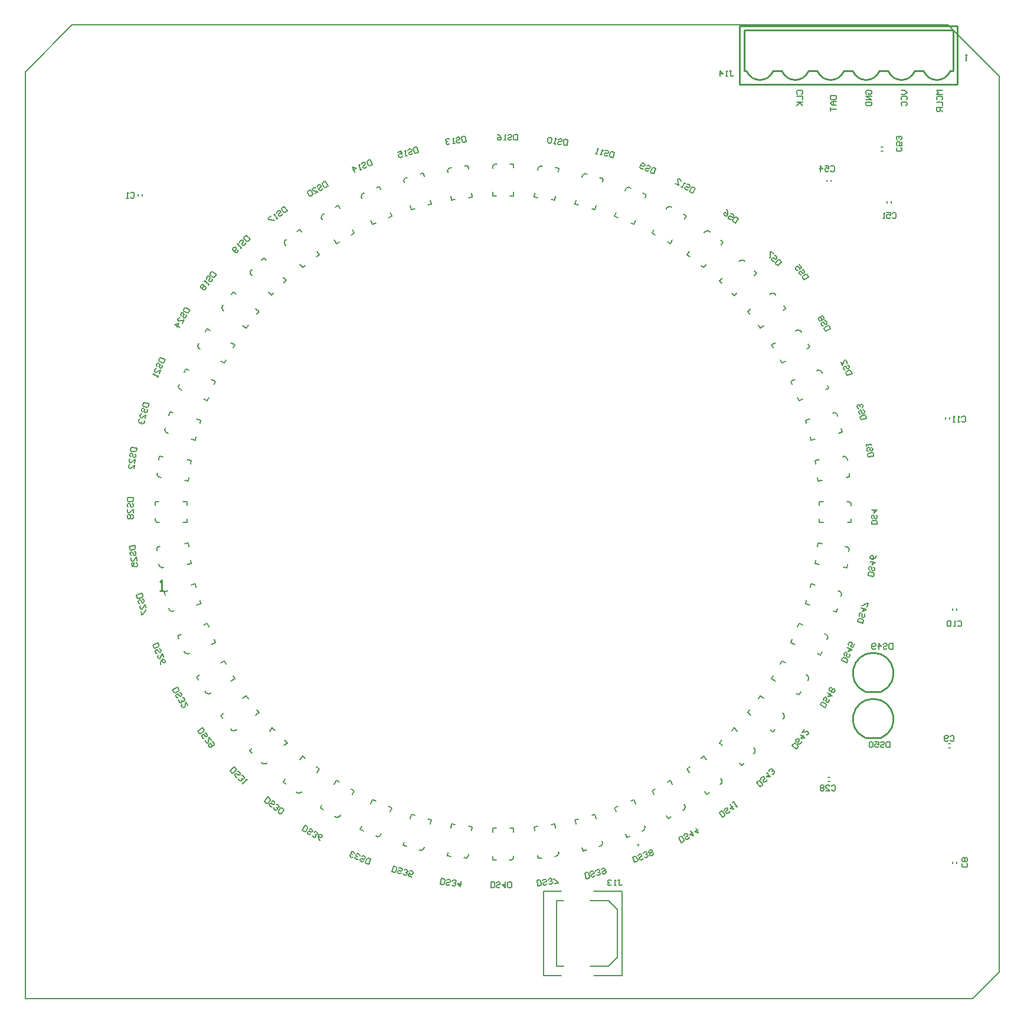
<source format=gbo>
%FSLAX23Y23*%
%MOIN*%
G70*
G01*
G75*
G04 Layer_Color=32896*
%ADD10C,0.150*%
%ADD11R,0.050X0.055*%
%ADD12R,0.118X0.118*%
%ADD13R,0.010X0.041*%
%ADD14R,0.041X0.010*%
%ADD15R,0.094X0.071*%
%ADD16R,0.035X0.049*%
%ADD17R,0.055X0.022*%
%ADD18R,0.022X0.055*%
%ADD19R,0.049X0.035*%
%ADD20R,0.033X0.024*%
%ADD21R,0.047X0.024*%
%ADD22R,0.012X0.035*%
%ADD23R,0.025X0.050*%
%ADD24R,0.063X0.012*%
%ADD25R,0.012X0.063*%
%ADD26R,0.055X0.065*%
%ADD27R,0.055X0.050*%
%ADD28R,0.087X0.024*%
%ADD29R,0.065X0.055*%
%ADD30R,0.037X0.035*%
%ADD31R,0.089X0.024*%
%ADD32R,0.102X0.094*%
%ADD33R,0.100X0.100*%
%ADD34R,0.050X0.110*%
%ADD35C,0.050*%
%ADD36R,0.037X0.035*%
%ADD37R,0.087X0.024*%
%ADD38R,0.100X0.100*%
%ADD39R,0.217X0.079*%
%ADD40R,0.160X0.080*%
%ADD41R,0.450X0.450*%
%ADD42R,0.110X0.115*%
%ADD43R,0.410X0.425*%
%ADD44R,0.085X0.036*%
%ADD45R,0.217X0.280*%
%ADD46R,0.039X0.063*%
%ADD47R,0.059X0.051*%
%ADD48R,0.079X0.126*%
%ADD49R,0.079X0.126*%
%ADD50R,0.140X0.060*%
%ADD51R,0.330X0.420*%
%ADD52R,0.022X0.057*%
%ADD53R,0.022X0.057*%
%ADD54R,0.081X0.024*%
%ADD55R,0.039X0.069*%
%ADD56R,0.069X0.039*%
%ADD57R,0.012X0.063*%
%ADD58R,0.031X0.033*%
%ADD59R,0.033X0.031*%
%ADD60C,0.020*%
%ADD61C,0.010*%
%ADD62C,0.040*%
%ADD63C,0.035*%
%ADD64C,0.100*%
%ADD65C,0.075*%
%ADD66C,0.050*%
%ADD67C,0.025*%
%ADD68C,0.015*%
%ADD69C,0.016*%
%ADD70C,0.004*%
%ADD71C,0.008*%
%ADD72R,0.169X0.169*%
%ADD73C,0.200*%
%ADD74C,0.150*%
%ADD75C,0.125*%
%ADD76C,0.250*%
%ADD77C,0.169*%
%ADD78C,0.070*%
%ADD79C,0.100*%
%ADD80C,0.390*%
%ADD81C,0.065*%
%ADD82R,0.065X0.065*%
%ADD83C,0.150*%
%ADD84C,0.024*%
%ADD85C,0.028*%
%ADD86C,0.034*%
%ADD87C,0.025*%
%ADD88C,0.165*%
%ADD89C,0.290*%
%ADD90C,0.209*%
%ADD91C,0.085*%
%ADD92C,0.102*%
%ADD93C,0.430*%
%ADD94C,0.080*%
%ADD95C,0.131*%
%ADD96C,0.052*%
%ADD97C,0.055*%
%ADD98C,0.090*%
%ADD99C,0.068*%
%ADD100C,0.074*%
G04:AMPARAMS|DCode=101|XSize=43mil|YSize=59mil|CornerRadius=0mil|HoleSize=0mil|Usage=FLASHONLY|Rotation=240.000|XOffset=0mil|YOffset=0mil|HoleType=Round|Shape=Rectangle|*
%AMROTATEDRECTD101*
4,1,4,-0.015,0.034,0.036,0.004,0.015,-0.034,-0.036,-0.004,-0.015,0.034,0.0*
%
%ADD101ROTATEDRECTD101*%

G04:AMPARAMS|DCode=102|XSize=43mil|YSize=59mil|CornerRadius=0mil|HoleSize=0mil|Usage=FLASHONLY|Rotation=255.000|XOffset=0mil|YOffset=0mil|HoleType=Round|Shape=Rectangle|*
%AMROTATEDRECTD102*
4,1,4,-0.023,0.029,0.034,0.013,0.023,-0.029,-0.034,-0.013,-0.023,0.029,0.0*
%
%ADD102ROTATEDRECTD102*%

G04:AMPARAMS|DCode=103|XSize=43mil|YSize=59mil|CornerRadius=0mil|HoleSize=0mil|Usage=FLASHONLY|Rotation=210.000|XOffset=0mil|YOffset=0mil|HoleType=Round|Shape=Rectangle|*
%AMROTATEDRECTD103*
4,1,4,0.004,0.036,0.034,-0.015,-0.004,-0.036,-0.034,0.015,0.004,0.036,0.0*
%
%ADD103ROTATEDRECTD103*%

G04:AMPARAMS|DCode=104|XSize=43mil|YSize=59mil|CornerRadius=0mil|HoleSize=0mil|Usage=FLASHONLY|Rotation=225.000|XOffset=0mil|YOffset=0mil|HoleType=Round|Shape=Rectangle|*
%AMROTATEDRECTD104*
4,1,4,-0.006,0.036,0.036,-0.006,0.006,-0.036,-0.036,0.006,-0.006,0.036,0.0*
%
%ADD104ROTATEDRECTD104*%

%ADD105R,0.043X0.059*%
G04:AMPARAMS|DCode=106|XSize=43mil|YSize=59mil|CornerRadius=0mil|HoleSize=0mil|Usage=FLASHONLY|Rotation=195.000|XOffset=0mil|YOffset=0mil|HoleType=Round|Shape=Rectangle|*
%AMROTATEDRECTD106*
4,1,4,0.013,0.034,0.029,-0.023,-0.013,-0.034,-0.029,0.023,0.013,0.034,0.0*
%
%ADD106ROTATEDRECTD106*%

G04:AMPARAMS|DCode=107|XSize=43mil|YSize=59mil|CornerRadius=0mil|HoleSize=0mil|Usage=FLASHONLY|Rotation=150.000|XOffset=0mil|YOffset=0mil|HoleType=Round|Shape=Rectangle|*
%AMROTATEDRECTD107*
4,1,4,0.034,0.015,0.004,-0.036,-0.034,-0.015,-0.004,0.036,0.034,0.015,0.0*
%
%ADD107ROTATEDRECTD107*%

G04:AMPARAMS|DCode=108|XSize=43mil|YSize=59mil|CornerRadius=0mil|HoleSize=0mil|Usage=FLASHONLY|Rotation=165.000|XOffset=0mil|YOffset=0mil|HoleType=Round|Shape=Rectangle|*
%AMROTATEDRECTD108*
4,1,4,0.029,0.023,0.013,-0.034,-0.029,-0.023,-0.013,0.034,0.029,0.023,0.0*
%
%ADD108ROTATEDRECTD108*%

G04:AMPARAMS|DCode=109|XSize=43mil|YSize=59mil|CornerRadius=0mil|HoleSize=0mil|Usage=FLASHONLY|Rotation=120.000|XOffset=0mil|YOffset=0mil|HoleType=Round|Shape=Rectangle|*
%AMROTATEDRECTD109*
4,1,4,0.036,-0.004,-0.015,-0.034,-0.036,0.004,0.015,0.034,0.036,-0.004,0.0*
%
%ADD109ROTATEDRECTD109*%

G04:AMPARAMS|DCode=110|XSize=43mil|YSize=59mil|CornerRadius=0mil|HoleSize=0mil|Usage=FLASHONLY|Rotation=135.000|XOffset=0mil|YOffset=0mil|HoleType=Round|Shape=Rectangle|*
%AMROTATEDRECTD110*
4,1,4,0.036,0.006,-0.006,-0.036,-0.036,-0.006,0.006,0.036,0.036,0.006,0.0*
%
%ADD110ROTATEDRECTD110*%

%ADD111R,0.059X0.043*%
G04:AMPARAMS|DCode=112|XSize=43mil|YSize=59mil|CornerRadius=0mil|HoleSize=0mil|Usage=FLASHONLY|Rotation=105.000|XOffset=0mil|YOffset=0mil|HoleType=Round|Shape=Rectangle|*
%AMROTATEDRECTD112*
4,1,4,0.034,-0.013,-0.023,-0.029,-0.034,0.013,0.023,0.029,0.034,-0.013,0.0*
%
%ADD112ROTATEDRECTD112*%

G04:AMPARAMS|DCode=113|XSize=43mil|YSize=59mil|CornerRadius=0mil|HoleSize=0mil|Usage=FLASHONLY|Rotation=262.500|XOffset=0mil|YOffset=0mil|HoleType=Round|Shape=Rectangle|*
%AMROTATEDRECTD113*
4,1,4,-0.026,0.025,0.032,0.018,0.026,-0.025,-0.032,-0.018,-0.026,0.025,0.0*
%
%ADD113ROTATEDRECTD113*%

G04:AMPARAMS|DCode=114|XSize=43mil|YSize=59mil|CornerRadius=0mil|HoleSize=0mil|Usage=FLASHONLY|Rotation=247.500|XOffset=0mil|YOffset=0mil|HoleType=Round|Shape=Rectangle|*
%AMROTATEDRECTD114*
4,1,4,-0.019,0.031,0.036,0.009,0.019,-0.031,-0.036,-0.009,-0.019,0.031,0.0*
%
%ADD114ROTATEDRECTD114*%

G04:AMPARAMS|DCode=115|XSize=43mil|YSize=59mil|CornerRadius=0mil|HoleSize=0mil|Usage=FLASHONLY|Rotation=232.500|XOffset=0mil|YOffset=0mil|HoleType=Round|Shape=Rectangle|*
%AMROTATEDRECTD115*
4,1,4,-0.010,0.035,0.037,-0.001,0.010,-0.035,-0.037,0.001,-0.010,0.035,0.0*
%
%ADD115ROTATEDRECTD115*%

G04:AMPARAMS|DCode=116|XSize=43mil|YSize=59mil|CornerRadius=0mil|HoleSize=0mil|Usage=FLASHONLY|Rotation=217.500|XOffset=0mil|YOffset=0mil|HoleType=Round|Shape=Rectangle|*
%AMROTATEDRECTD116*
4,1,4,-0.001,0.037,0.035,-0.010,0.001,-0.037,-0.035,0.010,-0.001,0.037,0.0*
%
%ADD116ROTATEDRECTD116*%

G04:AMPARAMS|DCode=117|XSize=43mil|YSize=59mil|CornerRadius=0mil|HoleSize=0mil|Usage=FLASHONLY|Rotation=202.500|XOffset=0mil|YOffset=0mil|HoleType=Round|Shape=Rectangle|*
%AMROTATEDRECTD117*
4,1,4,0.009,0.036,0.031,-0.019,-0.009,-0.036,-0.031,0.019,0.009,0.036,0.0*
%
%ADD117ROTATEDRECTD117*%

G04:AMPARAMS|DCode=118|XSize=43mil|YSize=59mil|CornerRadius=0mil|HoleSize=0mil|Usage=FLASHONLY|Rotation=187.500|XOffset=0mil|YOffset=0mil|HoleType=Round|Shape=Rectangle|*
%AMROTATEDRECTD118*
4,1,4,0.018,0.032,0.025,-0.026,-0.018,-0.032,-0.025,0.026,0.018,0.032,0.0*
%
%ADD118ROTATEDRECTD118*%

G04:AMPARAMS|DCode=119|XSize=43mil|YSize=59mil|CornerRadius=0mil|HoleSize=0mil|Usage=FLASHONLY|Rotation=172.500|XOffset=0mil|YOffset=0mil|HoleType=Round|Shape=Rectangle|*
%AMROTATEDRECTD119*
4,1,4,0.025,0.026,0.018,-0.032,-0.025,-0.026,-0.018,0.032,0.025,0.026,0.0*
%
%ADD119ROTATEDRECTD119*%

G04:AMPARAMS|DCode=120|XSize=43mil|YSize=59mil|CornerRadius=0mil|HoleSize=0mil|Usage=FLASHONLY|Rotation=157.500|XOffset=0mil|YOffset=0mil|HoleType=Round|Shape=Rectangle|*
%AMROTATEDRECTD120*
4,1,4,0.031,0.019,0.009,-0.036,-0.031,-0.019,-0.009,0.036,0.031,0.019,0.0*
%
%ADD120ROTATEDRECTD120*%

G04:AMPARAMS|DCode=121|XSize=43mil|YSize=59mil|CornerRadius=0mil|HoleSize=0mil|Usage=FLASHONLY|Rotation=142.500|XOffset=0mil|YOffset=0mil|HoleType=Round|Shape=Rectangle|*
%AMROTATEDRECTD121*
4,1,4,0.035,0.010,-0.001,-0.037,-0.035,-0.010,0.001,0.037,0.035,0.010,0.0*
%
%ADD121ROTATEDRECTD121*%

G04:AMPARAMS|DCode=122|XSize=43mil|YSize=59mil|CornerRadius=0mil|HoleSize=0mil|Usage=FLASHONLY|Rotation=127.500|XOffset=0mil|YOffset=0mil|HoleType=Round|Shape=Rectangle|*
%AMROTATEDRECTD122*
4,1,4,0.037,0.001,-0.010,-0.035,-0.037,-0.001,0.010,0.035,0.037,0.001,0.0*
%
%ADD122ROTATEDRECTD122*%

G04:AMPARAMS|DCode=123|XSize=43mil|YSize=59mil|CornerRadius=0mil|HoleSize=0mil|Usage=FLASHONLY|Rotation=112.500|XOffset=0mil|YOffset=0mil|HoleType=Round|Shape=Rectangle|*
%AMROTATEDRECTD123*
4,1,4,0.036,-0.009,-0.019,-0.031,-0.036,0.009,0.019,0.031,0.036,-0.009,0.0*
%
%ADD123ROTATEDRECTD123*%

G04:AMPARAMS|DCode=124|XSize=43mil|YSize=59mil|CornerRadius=0mil|HoleSize=0mil|Usage=FLASHONLY|Rotation=97.500|XOffset=0mil|YOffset=0mil|HoleType=Round|Shape=Rectangle|*
%AMROTATEDRECTD124*
4,1,4,0.032,-0.018,-0.026,-0.025,-0.032,0.018,0.026,0.025,0.032,-0.018,0.0*
%
%ADD124ROTATEDRECTD124*%

%ADD125C,0.006*%
%ADD126C,0.010*%
%ADD127C,0.005*%
%ADD128C,0.008*%
%ADD129C,0.002*%
%ADD130C,0.008*%
%ADD131C,0.006*%
D61*
X2086Y-1015D02*
G03*
X1994Y-1015I-46J105D01*
G01*
X2086Y-1275D02*
G03*
X1994Y-1275I-46J105D01*
G01*
X1325Y2490D02*
G03*
X1475Y2490I75J31D01*
G01*
X1525D02*
G03*
X1675Y2490I75J31D01*
G01*
X1725D02*
G03*
X1875Y2490I75J31D01*
G01*
X1925D02*
G03*
X2075Y2490I75J31D01*
G01*
X2125D02*
G03*
X2275Y2490I75J31D01*
G01*
X2325D02*
G03*
X2475Y2490I75J31D01*
G01*
X1994Y-1015D02*
X2086D01*
X1994Y-1275D02*
X2086D01*
X1475Y2490D02*
X1525D01*
X1675D02*
X1725D01*
X1875D02*
X1925D01*
X2075D02*
X2125D01*
X2275D02*
X2325D01*
X2475D02*
X2490D01*
Y2720D01*
X1310D02*
X2490D01*
X1310Y2490D02*
Y2720D01*
Y2490D02*
X1325D01*
X1285Y2415D02*
X2515D01*
X1285D02*
Y2745D01*
X2515D01*
Y2415D02*
Y2745D01*
X-1990Y-445D02*
X-1970D01*
X-1980D01*
Y-385D01*
X-1990Y-395D01*
D70*
X702Y-1880D02*
X718D01*
X710Y-1888D02*
Y-1872D01*
D71*
X440Y-2566D02*
X544D01*
X440Y-2194D02*
X544D01*
X251Y-2566D02*
X293D01*
X251Y-2194D02*
X293D01*
X460Y-2617D02*
X622D01*
X178D02*
X277D01*
X178Y-2143D02*
X277D01*
X460D02*
X622D01*
X544Y-2194D02*
X596Y-2246D01*
X-2750Y-2750D02*
Y2485D01*
X-2485Y2750D02*
X2460D01*
X2750Y-2600D02*
Y2460D01*
X-2750Y-2750D02*
X2600D01*
X-2750Y2485D02*
X-2485Y2750D01*
X2460D02*
X2750Y2460D01*
X2600Y-2750D02*
X2750Y-2600D01*
D125*
X1799Y1950D02*
X1804Y1955D01*
X1815D01*
X1820Y1950D01*
Y1928D01*
X1815Y1923D01*
X1804D01*
X1799Y1928D01*
X1767Y1955D02*
X1788D01*
Y1939D01*
X1777Y1944D01*
X1772D01*
X1767Y1939D01*
Y1928D01*
X1772Y1923D01*
X1783D01*
X1788Y1928D01*
X1740Y1923D02*
Y1955D01*
X1756Y1939D01*
X1735D01*
X2196Y2059D02*
X2201Y2053D01*
Y2043D01*
X2196Y2037D01*
X2175D01*
X2170Y2043D01*
Y2053D01*
X2175Y2059D01*
X2201Y2091D02*
Y2069D01*
X2185D01*
X2191Y2080D01*
Y2085D01*
X2185Y2091D01*
X2175D01*
X2170Y2085D01*
Y2075D01*
X2175Y2069D01*
X2196Y2101D02*
X2201Y2107D01*
Y2117D01*
X2196Y2123D01*
X2191D01*
X2185Y2117D01*
Y2112D01*
Y2117D01*
X2180Y2123D01*
X2175D01*
X2170Y2117D01*
Y2107D01*
X2175Y2101D01*
X2148Y1686D02*
X2153Y1691D01*
X2164D01*
X2169Y1686D01*
Y1664D01*
X2164Y1659D01*
X2153D01*
X2148Y1664D01*
X2116Y1691D02*
X2137D01*
Y1675D01*
X2126Y1680D01*
X2121D01*
X2116Y1675D01*
Y1664D01*
X2121Y1659D01*
X2132D01*
X2137Y1664D01*
X2105Y1659D02*
X2094D01*
X2100D01*
Y1691D01*
X2105Y1686D01*
X1805Y-1548D02*
X1810Y-1543D01*
X1821D01*
X1826Y-1548D01*
Y-1570D01*
X1821Y-1575D01*
X1810D01*
X1805Y-1570D01*
X1773Y-1575D02*
X1794D01*
X1773Y-1554D01*
Y-1548D01*
X1778Y-1543D01*
X1789D01*
X1794Y-1548D01*
X1762D02*
X1757Y-1543D01*
X1746D01*
X1741Y-1548D01*
Y-1554D01*
X1746Y-1559D01*
X1741Y-1564D01*
Y-1570D01*
X1746Y-1575D01*
X1757D01*
X1762Y-1570D01*
Y-1564D01*
X1757Y-1559D01*
X1762Y-1554D01*
Y-1548D01*
X1757Y-1559D02*
X1746D01*
X2539Y535D02*
X2544Y540D01*
X2555D01*
X2560Y535D01*
Y513D01*
X2555Y508D01*
X2544D01*
X2539Y513D01*
X2528Y508D02*
X2517D01*
X2523D01*
Y540D01*
X2528Y535D01*
X2501Y508D02*
X2491D01*
X2496D01*
Y540D01*
X2501Y535D01*
X2517Y-619D02*
X2522Y-614D01*
X2533D01*
X2538Y-619D01*
Y-641D01*
X2533Y-646D01*
X2522D01*
X2517Y-641D01*
X2506Y-646D02*
X2495D01*
X2501D01*
Y-614D01*
X2506Y-619D01*
X2479D02*
X2474Y-614D01*
X2463D01*
X2458Y-619D01*
Y-641D01*
X2463Y-646D01*
X2474D01*
X2479Y-641D01*
Y-619D01*
X2475Y-1267D02*
X2480Y-1262D01*
X2491D01*
X2496Y-1267D01*
Y-1289D01*
X2491Y-1294D01*
X2480D01*
X2475Y-1289D01*
X2464D02*
X2459Y-1294D01*
X2448D01*
X2443Y-1289D01*
Y-1267D01*
X2448Y-1262D01*
X2459D01*
X2464Y-1267D01*
Y-1273D01*
X2459Y-1278D01*
X2443D01*
X2568Y-1985D02*
X2573Y-1990D01*
Y-2001D01*
X2568Y-2006D01*
X2546D01*
X2541Y-2001D01*
Y-1990D01*
X2546Y-1985D01*
X2568Y-1974D02*
X2573Y-1969D01*
Y-1958D01*
X2568Y-1953D01*
X2562D01*
X2557Y-1958D01*
X2552Y-1953D01*
X2546D01*
X2541Y-1958D01*
Y-1969D01*
X2546Y-1974D01*
X2552D01*
X2557Y-1969D01*
X2562Y-1974D01*
X2568D01*
X2557Y-1969D02*
Y-1958D01*
X-2155Y1800D02*
X-2150Y1805D01*
X-2139D01*
X-2134Y1800D01*
Y1778D01*
X-2139Y1773D01*
X-2150D01*
X-2155Y1778D01*
X-2166Y1773D02*
X-2177D01*
X-2171D01*
Y1805D01*
X-2166Y1800D01*
X2134Y-1298D02*
Y-1330D01*
X2118D01*
X2113Y-1325D01*
Y-1303D01*
X2118Y-1298D01*
X2134D01*
X2081Y-1303D02*
X2086Y-1298D01*
X2097D01*
X2102Y-1303D01*
Y-1309D01*
X2097Y-1314D01*
X2086D01*
X2081Y-1319D01*
Y-1325D01*
X2086Y-1330D01*
X2097D01*
X2102Y-1325D01*
X2049Y-1298D02*
X2070D01*
Y-1314D01*
X2059Y-1309D01*
X2054D01*
X2049Y-1314D01*
Y-1325D01*
X2054Y-1330D01*
X2065D01*
X2070Y-1325D01*
X2038Y-1303D02*
X2033Y-1298D01*
X2022D01*
X2017Y-1303D01*
Y-1325D01*
X2022Y-1330D01*
X2033D01*
X2038Y-1325D01*
Y-1303D01*
X2150Y-743D02*
Y-775D01*
X2134D01*
X2129Y-770D01*
Y-748D01*
X2134Y-743D01*
X2150D01*
X2097Y-748D02*
X2102Y-743D01*
X2113D01*
X2118Y-748D01*
Y-754D01*
X2113Y-759D01*
X2102D01*
X2097Y-764D01*
Y-770D01*
X2102Y-775D01*
X2113D01*
X2118Y-770D01*
X2070Y-775D02*
Y-743D01*
X2086Y-759D01*
X2065D01*
X2054Y-770D02*
X2049Y-775D01*
X2038D01*
X2033Y-770D01*
Y-748D01*
X2038Y-743D01*
X2049D01*
X2054Y-748D01*
Y-754D01*
X2049Y-759D01*
X2033D01*
X2042Y314D02*
X2010Y310D01*
X2008Y326D01*
X2013Y332D01*
X2034Y335D01*
X2040Y330D01*
X2042Y314D01*
X2029Y366D02*
X2035Y362D01*
X2037Y351D01*
X2032Y345D01*
X2027Y345D01*
X2021Y349D01*
X2020Y360D01*
X2014Y364D01*
X2008Y364D01*
X2004Y358D01*
X2005Y347D01*
X2011Y342D01*
X2002Y373D02*
X2000Y384D01*
X2001Y379D01*
X2033Y383D01*
X2028Y377D01*
X1920Y782D02*
X1890Y770D01*
X1884Y785D01*
X1887Y792D01*
X1906Y800D01*
X1913Y797D01*
X1920Y782D01*
X1894Y829D02*
X1901Y827D01*
X1905Y817D01*
X1902Y810D01*
X1897Y808D01*
X1890Y811D01*
X1886Y820D01*
X1879Y823D01*
X1875Y821D01*
X1872Y814D01*
X1876Y804D01*
X1883Y802D01*
X1857Y849D02*
X1866Y829D01*
X1877Y857D01*
X1882Y859D01*
X1889Y856D01*
X1893Y846D01*
X1890Y839D01*
X1675Y1329D02*
X1650Y1310D01*
X1640Y1323D01*
X1641Y1330D01*
X1658Y1343D01*
X1666Y1342D01*
X1675Y1329D01*
X1639Y1369D02*
X1646Y1368D01*
X1653Y1359D01*
X1652Y1352D01*
X1647Y1348D01*
X1640Y1349D01*
X1633Y1358D01*
X1626Y1359D01*
X1622Y1356D01*
X1621Y1348D01*
X1627Y1340D01*
X1635Y1339D01*
X1623Y1397D02*
X1636Y1380D01*
X1624Y1370D01*
X1621Y1382D01*
X1618Y1386D01*
X1611Y1387D01*
X1602Y1381D01*
X1601Y1373D01*
X1608Y1365D01*
X1615Y1364D01*
X1279Y1655D02*
X1260Y1630D01*
X1247Y1640D01*
X1246Y1647D01*
X1259Y1664D01*
X1267Y1665D01*
X1279Y1655D01*
X1234Y1684D02*
X1241Y1685D01*
X1250Y1678D01*
X1251Y1671D01*
X1248Y1666D01*
X1240Y1665D01*
X1232Y1672D01*
X1224Y1671D01*
X1221Y1667D01*
X1222Y1659D01*
X1230Y1653D01*
X1238Y1654D01*
X1212Y1707D02*
X1217Y1697D01*
X1219Y1682D01*
X1212Y1673D01*
X1205Y1672D01*
X1197Y1679D01*
X1196Y1686D01*
X1199Y1690D01*
X1206Y1691D01*
X1219Y1682D01*
X812Y1940D02*
X800Y1910D01*
X785Y1916D01*
X782Y1923D01*
X790Y1943D01*
X797Y1946D01*
X812Y1940D01*
X761Y1955D02*
X768Y1958D01*
X778Y1954D01*
X781Y1947D01*
X779Y1942D01*
X772Y1939D01*
X762Y1943D01*
X755Y1940D01*
X753Y1935D01*
X756Y1928D01*
X766Y1924D01*
X772Y1927D01*
X743Y1939D02*
X736Y1937D01*
X726Y1941D01*
X723Y1948D01*
X731Y1967D01*
X738Y1970D01*
X748Y1966D01*
X751Y1959D01*
X749Y1954D01*
X742Y1951D01*
X727Y1957D01*
X314Y2102D02*
X310Y2070D01*
X294Y2072D01*
X290Y2078D01*
X292Y2099D01*
X298Y2104D01*
X314Y2102D01*
X261Y2103D02*
X267Y2108D01*
X277Y2107D01*
X282Y2101D01*
X281Y2095D01*
X275Y2091D01*
X265Y2092D01*
X259Y2088D01*
X258Y2082D01*
X262Y2076D01*
X273Y2075D01*
X279Y2079D01*
X247Y2078D02*
X236Y2080D01*
X241Y2079D01*
X245Y2111D01*
X250Y2105D01*
X224Y2108D02*
X219Y2114D01*
X208Y2116D01*
X202Y2111D01*
X200Y2090D01*
X204Y2084D01*
X215Y2083D01*
X221Y2087D01*
X224Y2108D01*
X-264Y2122D02*
X-260Y2090D01*
X-276Y2088D01*
X-282Y2093D01*
X-285Y2114D01*
X-280Y2120D01*
X-264Y2122D01*
X-316Y2109D02*
X-312Y2115D01*
X-301Y2117D01*
X-295Y2112D01*
X-294Y2107D01*
X-299Y2101D01*
X-310Y2100D01*
X-314Y2094D01*
X-314Y2088D01*
X-308Y2084D01*
X-297Y2085D01*
X-292Y2091D01*
X-323Y2082D02*
X-334Y2080D01*
X-329Y2081D01*
X-333Y2113D01*
X-327Y2108D01*
X-353Y2105D02*
X-359Y2109D01*
X-370Y2108D01*
X-374Y2102D01*
X-374Y2097D01*
X-368Y2092D01*
X-363Y2093D01*
X-368Y2092D01*
X-372Y2086D01*
X-372Y2081D01*
X-366Y2076D01*
X-355Y2077D01*
X-351Y2083D01*
X-802Y1990D02*
X-790Y1960D01*
X-805Y1954D01*
X-812Y1957D01*
X-820Y1976D01*
X-817Y1983D01*
X-802Y1990D01*
X-849Y1964D02*
X-847Y1971D01*
X-837Y1975D01*
X-830Y1972D01*
X-828Y1967D01*
X-831Y1960D01*
X-840Y1956D01*
X-843Y1949D01*
X-841Y1945D01*
X-834Y1942D01*
X-824Y1946D01*
X-822Y1953D01*
X-849Y1936D02*
X-859Y1931D01*
X-854Y1933D01*
X-866Y1963D01*
X-859Y1960D01*
X-889Y1919D02*
X-901Y1949D01*
X-880Y1940D01*
X-900Y1932D01*
X-1289Y1725D02*
X-1270Y1700D01*
X-1283Y1690D01*
X-1290Y1691D01*
X-1303Y1708D01*
X-1302Y1716D01*
X-1289Y1725D01*
X-1329Y1689D02*
X-1328Y1696D01*
X-1319Y1703D01*
X-1312Y1702D01*
X-1308Y1697D01*
X-1309Y1690D01*
X-1318Y1683D01*
X-1319Y1676D01*
X-1316Y1672D01*
X-1308Y1671D01*
X-1300Y1677D01*
X-1299Y1685D01*
X-1321Y1661D02*
X-1329Y1655D01*
X-1325Y1658D01*
X-1344Y1683D01*
X-1337Y1682D01*
X-1361Y1670D02*
X-1378Y1657D01*
X-1375Y1653D01*
X-1345Y1649D01*
X-1342Y1645D01*
X-1695Y1359D02*
X-1670Y1340D01*
X-1680Y1327D01*
X-1687Y1326D01*
X-1704Y1339D01*
X-1705Y1347D01*
X-1695Y1359D01*
X-1724Y1314D02*
X-1725Y1321D01*
X-1718Y1330D01*
X-1711Y1331D01*
X-1706Y1328D01*
X-1705Y1320D01*
X-1712Y1312D01*
X-1711Y1304D01*
X-1707Y1301D01*
X-1699Y1302D01*
X-1693Y1310D01*
X-1694Y1318D01*
X-1709Y1289D02*
X-1715Y1281D01*
X-1712Y1285D01*
X-1738Y1304D01*
X-1730Y1305D01*
X-1746Y1284D02*
X-1754Y1283D01*
X-1760Y1275D01*
X-1759Y1267D01*
X-1755Y1264D01*
X-1748Y1265D01*
X-1747Y1258D01*
X-1742Y1254D01*
X-1735Y1255D01*
X-1728Y1264D01*
X-1729Y1271D01*
X-1734Y1275D01*
X-1741Y1274D01*
X-1742Y1281D01*
X-1746Y1284D01*
X-1741Y1274D02*
X-1748Y1265D01*
X-1990Y872D02*
X-1960Y860D01*
X-1966Y845D01*
X-1973Y842D01*
X-1993Y850D01*
X-1996Y857D01*
X-1990Y872D01*
X-2005Y821D02*
X-2008Y828D01*
X-2004Y838D01*
X-1997Y841D01*
X-1992Y839D01*
X-1989Y832D01*
X-1993Y822D01*
X-1990Y815D01*
X-1985Y813D01*
X-1978Y816D01*
X-1974Y826D01*
X-1977Y832D01*
X-1993Y781D02*
X-1984Y801D01*
X-2012Y789D01*
X-2017Y791D01*
X-2020Y798D01*
X-2016Y808D01*
X-2009Y811D01*
X-1997Y771D02*
X-2001Y761D01*
X-1999Y766D01*
X-2028Y779D01*
X-2021Y782D01*
X-2152Y364D02*
X-2120Y360D01*
X-2122Y344D01*
X-2128Y340D01*
X-2149Y342D01*
X-2154Y348D01*
X-2152Y364D01*
X-2153Y311D02*
X-2158Y317D01*
X-2157Y327D01*
X-2151Y332D01*
X-2145Y331D01*
X-2141Y325D01*
X-2142Y315D01*
X-2138Y309D01*
X-2132Y308D01*
X-2126Y312D01*
X-2125Y323D01*
X-2129Y329D01*
X-2131Y275D02*
X-2128Y297D01*
X-2152Y278D01*
X-2158Y279D01*
X-2162Y285D01*
X-2161Y295D01*
X-2155Y300D01*
X-2135Y244D02*
X-2133Y265D01*
X-2156Y246D01*
X-2162Y247D01*
X-2166Y253D01*
X-2165Y264D01*
X-2159Y268D01*
X-2162Y-194D02*
X-2130Y-190D01*
X-2128Y-206D01*
X-2133Y-212D01*
X-2154Y-215D01*
X-2160Y-210D01*
X-2162Y-194D01*
X-2149Y-246D02*
X-2155Y-242D01*
X-2157Y-231D01*
X-2152Y-225D01*
X-2147Y-225D01*
X-2141Y-229D01*
X-2140Y-240D01*
X-2134Y-244D01*
X-2128Y-244D01*
X-2124Y-238D01*
X-2125Y-227D01*
X-2131Y-222D01*
X-2119Y-275D02*
X-2122Y-253D01*
X-2140Y-277D01*
X-2145Y-278D01*
X-2151Y-273D01*
X-2153Y-263D01*
X-2148Y-257D01*
X-2146Y-310D02*
X-2149Y-289D01*
X-2133Y-287D01*
X-2137Y-299D01*
X-2137Y-304D01*
X-2131Y-308D01*
X-2120Y-307D01*
X-2115Y-301D01*
X-2117Y-290D01*
X-2123Y-286D01*
X-2030Y-752D02*
X-2000Y-740D01*
X-1994Y-755D01*
X-1997Y-762D01*
X-2016Y-770D01*
X-2023Y-767D01*
X-2030Y-752D01*
X-2004Y-799D02*
X-2011Y-797D01*
X-2015Y-787D01*
X-2012Y-780D01*
X-2007Y-778D01*
X-2000Y-781D01*
X-1996Y-790D01*
X-1989Y-793D01*
X-1985Y-791D01*
X-1982Y-784D01*
X-1986Y-774D01*
X-1993Y-772D01*
X-1967Y-819D02*
X-1976Y-799D01*
X-1987Y-827D01*
X-1992Y-829D01*
X-1999Y-826D01*
X-2003Y-816D01*
X-2000Y-809D01*
X-1985Y-861D02*
X-1984Y-849D01*
X-1978Y-835D01*
X-1968Y-831D01*
X-1961Y-834D01*
X-1957Y-843D01*
X-1960Y-850D01*
X-1965Y-852D01*
X-1972Y-850D01*
X-1978Y-835D01*
X-1775Y-1239D02*
X-1750Y-1220D01*
X-1740Y-1233D01*
X-1741Y-1240D01*
X-1758Y-1253D01*
X-1766Y-1252D01*
X-1775Y-1239D01*
X-1739Y-1279D02*
X-1746Y-1278D01*
X-1753Y-1269D01*
X-1752Y-1262D01*
X-1747Y-1258D01*
X-1740Y-1259D01*
X-1733Y-1268D01*
X-1726Y-1269D01*
X-1722Y-1266D01*
X-1721Y-1258D01*
X-1727Y-1250D01*
X-1735Y-1249D01*
X-1698Y-1288D02*
X-1711Y-1271D01*
X-1715Y-1301D01*
X-1719Y-1304D01*
X-1727Y-1303D01*
X-1733Y-1294D01*
X-1732Y-1287D01*
X-1696Y-1299D02*
X-1688Y-1300D01*
X-1682Y-1309D01*
X-1683Y-1316D01*
X-1700Y-1329D01*
X-1707Y-1328D01*
X-1714Y-1320D01*
X-1713Y-1312D01*
X-1708Y-1309D01*
X-1701Y-1310D01*
X-1691Y-1323D01*
X-1399Y-1635D02*
X-1380Y-1610D01*
X-1367Y-1620D01*
X-1366Y-1627D01*
X-1379Y-1644D01*
X-1387Y-1645D01*
X-1399Y-1635D01*
X-1354Y-1664D02*
X-1361Y-1665D01*
X-1370Y-1658D01*
X-1371Y-1651D01*
X-1368Y-1646D01*
X-1360Y-1645D01*
X-1352Y-1652D01*
X-1344Y-1651D01*
X-1341Y-1647D01*
X-1342Y-1639D01*
X-1350Y-1633D01*
X-1358Y-1634D01*
X-1345Y-1670D02*
X-1344Y-1678D01*
X-1336Y-1684D01*
X-1329Y-1683D01*
X-1325Y-1679D01*
X-1326Y-1671D01*
X-1331Y-1668D01*
X-1326Y-1671D01*
X-1319Y-1670D01*
X-1316Y-1666D01*
X-1317Y-1659D01*
X-1325Y-1652D01*
X-1332Y-1653D01*
X-1320Y-1690D02*
X-1319Y-1697D01*
X-1311Y-1704D01*
X-1303Y-1703D01*
X-1290Y-1686D01*
X-1291Y-1678D01*
X-1300Y-1672D01*
X-1307Y-1673D01*
X-1320Y-1690D01*
X-798Y-1960D02*
X-810Y-1990D01*
X-825Y-1984D01*
X-828Y-1977D01*
X-820Y-1957D01*
X-813Y-1954D01*
X-798Y-1960D01*
X-849Y-1945D02*
X-842Y-1942D01*
X-832Y-1946D01*
X-829Y-1953D01*
X-831Y-1958D01*
X-838Y-1961D01*
X-848Y-1957D01*
X-855Y-1960D01*
X-857Y-1965D01*
X-854Y-1972D01*
X-844Y-1976D01*
X-838Y-1973D01*
X-859Y-1941D02*
X-862Y-1934D01*
X-872Y-1930D01*
X-879Y-1933D01*
X-881Y-1938D01*
X-878Y-1945D01*
X-873Y-1947D01*
X-878Y-1945D01*
X-885Y-1948D01*
X-887Y-1952D01*
X-884Y-1959D01*
X-874Y-1963D01*
X-867Y-1961D01*
X-888Y-1929D02*
X-891Y-1922D01*
X-901Y-1918D01*
X-908Y-1920D01*
X-910Y-1925D01*
X-907Y-1932D01*
X-902Y-1934D01*
X-907Y-1932D01*
X-914Y-1935D01*
X-916Y-1940D01*
X-913Y-1947D01*
X-904Y-1951D01*
X-897Y-1948D01*
X-404Y-2102D02*
X-400Y-2070D01*
X-384Y-2072D01*
X-380Y-2078D01*
X-382Y-2099D01*
X-388Y-2104D01*
X-404Y-2102D01*
X-351Y-2103D02*
X-357Y-2108D01*
X-367Y-2107D01*
X-372Y-2101D01*
X-371Y-2095D01*
X-365Y-2091D01*
X-355Y-2092D01*
X-349Y-2088D01*
X-348Y-2082D01*
X-352Y-2076D01*
X-363Y-2075D01*
X-369Y-2079D01*
X-340Y-2105D02*
X-335Y-2111D01*
X-325Y-2112D01*
X-319Y-2108D01*
X-318Y-2102D01*
X-323Y-2096D01*
X-328Y-2096D01*
X-323Y-2096D01*
X-317Y-2092D01*
X-316Y-2086D01*
X-321Y-2080D01*
X-331Y-2079D01*
X-337Y-2084D01*
X-289Y-2085D02*
X-293Y-2116D01*
X-307Y-2098D01*
X-286Y-2101D01*
X144Y-2112D02*
X140Y-2080D01*
X156Y-2078D01*
X162Y-2083D01*
X165Y-2104D01*
X160Y-2110D01*
X144Y-2112D01*
X196Y-2099D02*
X192Y-2105D01*
X181Y-2107D01*
X175Y-2102D01*
X175Y-2097D01*
X179Y-2091D01*
X190Y-2090D01*
X194Y-2084D01*
X194Y-2078D01*
X188Y-2074D01*
X177Y-2075D01*
X172Y-2081D01*
X207Y-2098D02*
X213Y-2103D01*
X223Y-2101D01*
X228Y-2095D01*
X227Y-2090D01*
X221Y-2085D01*
X216Y-2086D01*
X221Y-2085D01*
X226Y-2079D01*
X225Y-2074D01*
X219Y-2070D01*
X209Y-2071D01*
X204Y-2077D01*
X239Y-2099D02*
X260Y-2096D01*
X260Y-2091D01*
X236Y-2073D01*
X235Y-2067D01*
X692Y-1980D02*
X680Y-1950D01*
X695Y-1944D01*
X702Y-1947D01*
X710Y-1966D01*
X707Y-1973D01*
X692Y-1980D01*
X739Y-1954D02*
X737Y-1961D01*
X727Y-1965D01*
X720Y-1962D01*
X718Y-1957D01*
X721Y-1950D01*
X730Y-1946D01*
X733Y-1939D01*
X731Y-1935D01*
X724Y-1932D01*
X714Y-1936D01*
X712Y-1943D01*
X749Y-1950D02*
X756Y-1953D01*
X766Y-1949D01*
X769Y-1942D01*
X767Y-1937D01*
X760Y-1934D01*
X755Y-1936D01*
X760Y-1934D01*
X763Y-1927D01*
X761Y-1922D01*
X754Y-1919D01*
X744Y-1923D01*
X741Y-1930D01*
X779Y-1938D02*
X786Y-1941D01*
X796Y-1937D01*
X799Y-1930D01*
X797Y-1925D01*
X790Y-1922D01*
X792Y-1915D01*
X790Y-1910D01*
X783Y-1907D01*
X774Y-1911D01*
X771Y-1918D01*
X773Y-1923D01*
X780Y-1926D01*
X777Y-1933D01*
X779Y-1938D01*
X780Y-1926D02*
X790Y-1922D01*
X1189Y-1725D02*
X1170Y-1700D01*
X1183Y-1690D01*
X1190Y-1691D01*
X1203Y-1708D01*
X1202Y-1716D01*
X1189Y-1725D01*
X1229Y-1689D02*
X1228Y-1696D01*
X1219Y-1703D01*
X1212Y-1702D01*
X1208Y-1697D01*
X1209Y-1690D01*
X1218Y-1683D01*
X1219Y-1676D01*
X1216Y-1672D01*
X1208Y-1671D01*
X1200Y-1677D01*
X1199Y-1685D01*
X1233Y-1651D02*
X1253Y-1677D01*
X1230Y-1674D01*
X1247Y-1661D01*
X1246Y-1642D02*
X1255Y-1635D01*
X1250Y-1638D01*
X1270Y-1664D01*
X1262Y-1663D01*
X1605Y-1339D02*
X1580Y-1320D01*
X1590Y-1307D01*
X1597Y-1306D01*
X1614Y-1319D01*
X1615Y-1327D01*
X1605Y-1339D01*
X1634Y-1294D02*
X1635Y-1301D01*
X1628Y-1310D01*
X1621Y-1311D01*
X1616Y-1308D01*
X1615Y-1300D01*
X1622Y-1292D01*
X1621Y-1284D01*
X1617Y-1281D01*
X1609Y-1282D01*
X1603Y-1290D01*
X1604Y-1298D01*
X1629Y-1257D02*
X1654Y-1276D01*
X1632Y-1279D01*
X1645Y-1262D01*
X1651Y-1227D02*
X1638Y-1244D01*
X1668Y-1240D01*
X1673Y-1243D01*
X1674Y-1251D01*
X1667Y-1259D01*
X1660Y-1260D01*
X1890Y-852D02*
X1860Y-840D01*
X1866Y-825D01*
X1873Y-822D01*
X1893Y-830D01*
X1896Y-837D01*
X1890Y-852D01*
X1905Y-801D02*
X1908Y-808D01*
X1904Y-818D01*
X1897Y-821D01*
X1892Y-819D01*
X1889Y-812D01*
X1893Y-802D01*
X1890Y-795D01*
X1885Y-793D01*
X1878Y-796D01*
X1874Y-806D01*
X1877Y-812D01*
X1891Y-766D02*
X1920Y-778D01*
X1899Y-787D01*
X1907Y-767D01*
X1934Y-744D02*
X1926Y-764D01*
X1912Y-757D01*
X1921Y-750D01*
X1923Y-745D01*
X1920Y-738D01*
X1910Y-734D01*
X1903Y-737D01*
X1899Y-746D01*
X1902Y-753D01*
X2042Y-364D02*
X2010Y-360D01*
X2012Y-344D01*
X2018Y-340D01*
X2039Y-342D01*
X2044Y-348D01*
X2042Y-364D01*
X2043Y-311D02*
X2048Y-317D01*
X2047Y-327D01*
X2041Y-332D01*
X2035Y-331D01*
X2031Y-325D01*
X2032Y-315D01*
X2028Y-309D01*
X2022Y-308D01*
X2016Y-312D01*
X2015Y-323D01*
X2019Y-329D01*
X2020Y-281D02*
X2052Y-285D01*
X2034Y-299D01*
X2037Y-278D01*
X2057Y-248D02*
X2050Y-258D01*
X2038Y-267D01*
X2028Y-266D01*
X2023Y-260D01*
X2025Y-249D01*
X2031Y-244D01*
X2036Y-245D01*
X2040Y-251D01*
X2038Y-267D01*
X1229Y2492D02*
X1239D01*
X1234D01*
Y2465D01*
X1239Y2460D01*
X1245D01*
X1250Y2465D01*
X1218Y2460D02*
X1207D01*
X1213D01*
Y2492D01*
X1218Y2487D01*
X1175Y2460D02*
Y2492D01*
X1191Y2476D01*
X1170D01*
X2001Y528D02*
X1970Y520D01*
X1966Y535D01*
X1970Y542D01*
X1990Y547D01*
X1997Y544D01*
X2001Y528D01*
X1982Y578D02*
X1988Y575D01*
X1991Y564D01*
X1987Y558D01*
X1982Y556D01*
X1976Y560D01*
X1973Y570D01*
X1967Y574D01*
X1961Y573D01*
X1958Y566D01*
X1960Y556D01*
X1967Y552D01*
X1979Y589D02*
X1983Y595D01*
X1980Y606D01*
X1974Y609D01*
X1969Y608D01*
X1965Y601D01*
X1966Y596D01*
X1965Y601D01*
X1958Y605D01*
X1953Y604D01*
X1949Y597D01*
X1952Y587D01*
X1959Y583D01*
X2062Y-70D02*
X2030D01*
Y-54D01*
X2035Y-49D01*
X2057D01*
X2062Y-54D01*
Y-70D01*
X2057Y-17D02*
X2062Y-22D01*
Y-33D01*
X2057Y-38D01*
X2051D01*
X2046Y-33D01*
Y-22D01*
X2041Y-17D01*
X2035D01*
X2030Y-22D01*
Y-33D01*
X2035Y-38D01*
X2030Y10D02*
X2062D01*
X2046Y-6D01*
Y15D01*
X1523Y1413D02*
X1500Y1390D01*
X1489Y1401D01*
Y1409D01*
X1504Y1424D01*
X1511Y1424D01*
X1523Y1413D01*
X1481Y1447D02*
X1489Y1447D01*
X1496Y1439D01*
X1496Y1431D01*
X1492Y1428D01*
X1485D01*
X1477Y1435D01*
X1470D01*
X1466Y1431D01*
Y1424D01*
X1474Y1416D01*
X1481D01*
X1477Y1458D02*
X1462Y1473D01*
X1459Y1469D01*
Y1439D01*
X1455Y1435D01*
X1798Y1036D02*
X1770Y1020D01*
X1762Y1034D01*
X1764Y1041D01*
X1782Y1052D01*
X1790Y1050D01*
X1798Y1036D01*
X1766Y1080D02*
X1774Y1078D01*
X1779Y1068D01*
X1777Y1061D01*
X1772Y1058D01*
X1765Y1060D01*
X1760Y1070D01*
X1753Y1072D01*
X1748Y1069D01*
X1746Y1062D01*
X1751Y1052D01*
X1759Y1050D01*
X1761Y1089D02*
X1763Y1096D01*
X1758Y1105D01*
X1750Y1107D01*
X1746Y1105D01*
X1744Y1097D01*
X1737Y1099D01*
X1732Y1097D01*
X1730Y1089D01*
X1735Y1080D01*
X1743Y1078D01*
X1747Y1081D01*
X1749Y1088D01*
X1756Y1086D01*
X1761Y1089D01*
X1749Y1088D02*
X1744Y1097D01*
X578Y2031D02*
X570Y2000D01*
X555Y2004D01*
X551Y2011D01*
X556Y2031D01*
X563Y2035D01*
X578Y2031D01*
X525Y2040D02*
X532Y2043D01*
X542Y2041D01*
X546Y2034D01*
X545Y2029D01*
X538Y2025D01*
X528Y2028D01*
X521Y2024D01*
X520Y2019D01*
X524Y2012D01*
X534Y2010D01*
X540Y2013D01*
X508Y2017D02*
X498Y2019D01*
X503Y2018D01*
X511Y2049D01*
X515Y2042D01*
X482Y2023D02*
X472Y2026D01*
X477Y2025D01*
X486Y2056D01*
X489Y2049D01*
X1036Y1828D02*
X1020Y1800D01*
X1006Y1808D01*
X1004Y1815D01*
X1015Y1834D01*
X1022Y1836D01*
X1036Y1828D01*
X987Y1850D02*
X994Y1852D01*
X1004Y1846D01*
X1006Y1839D01*
X1003Y1834D01*
X996Y1833D01*
X986Y1838D01*
X979Y1836D01*
X976Y1831D01*
X978Y1824D01*
X988Y1819D01*
X995Y1821D01*
X965Y1832D02*
X955Y1837D01*
X960Y1835D01*
X976Y1862D01*
X978Y1855D01*
X923Y1856D02*
X942Y1845D01*
X934Y1874D01*
X936Y1879D01*
X944Y1881D01*
X953Y1876D01*
X955Y1868D01*
X-538Y2061D02*
X-530Y2030D01*
X-545Y2026D01*
X-552Y2030D01*
X-557Y2050D01*
X-554Y2057D01*
X-538Y2061D01*
X-588Y2042D02*
X-585Y2048D01*
X-574Y2051D01*
X-568Y2047D01*
X-566Y2042D01*
X-570Y2036D01*
X-580Y2033D01*
X-584Y2027D01*
X-583Y2021D01*
X-576Y2018D01*
X-566Y2020D01*
X-562Y2027D01*
X-592Y2013D02*
X-602Y2011D01*
X-597Y2012D01*
X-605Y2043D01*
X-599Y2039D01*
X-646Y2032D02*
X-626Y2037D01*
X-622Y2022D01*
X-633Y2024D01*
X-639Y2023D01*
X-642Y2016D01*
X-640Y2006D01*
X-633Y2002D01*
X-623Y2005D01*
X-619Y2012D01*
X30Y2132D02*
Y2100D01*
X14D01*
X9Y2105D01*
Y2127D01*
X14Y2132D01*
X30D01*
X-23Y2127D02*
X-18Y2132D01*
X-7D01*
X-2Y2127D01*
Y2121D01*
X-7Y2116D01*
X-18D01*
X-23Y2111D01*
Y2105D01*
X-18Y2100D01*
X-7D01*
X-2Y2105D01*
X-34Y2100D02*
X-45D01*
X-39D01*
Y2132D01*
X-34Y2127D01*
X-82Y2132D02*
X-71Y2127D01*
X-61Y2116D01*
Y2105D01*
X-66Y2100D01*
X-77D01*
X-82Y2105D01*
Y2111D01*
X-77Y2116D01*
X-61D01*
X-1503Y1563D02*
X-1480Y1540D01*
X-1491Y1529D01*
X-1499D01*
X-1514Y1544D01*
X-1514Y1551D01*
X-1503Y1563D01*
X-1537Y1521D02*
X-1537Y1529D01*
X-1529Y1536D01*
X-1521Y1536D01*
X-1518Y1532D01*
Y1525D01*
X-1525Y1517D01*
Y1510D01*
X-1521Y1506D01*
X-1514D01*
X-1506Y1514D01*
Y1521D01*
X-1525Y1495D02*
X-1533Y1487D01*
X-1529Y1491D01*
X-1552Y1514D01*
X-1544Y1514D01*
X-1548Y1480D02*
Y1472D01*
X-1555Y1465D01*
X-1563D01*
X-1578Y1480D01*
X-1578Y1487D01*
X-1570Y1495D01*
X-1563Y1495D01*
X-1559Y1491D01*
Y1483D01*
X-1570Y1472D01*
X-1056Y1868D02*
X-1040Y1840D01*
X-1054Y1832D01*
X-1061Y1834D01*
X-1072Y1852D01*
X-1070Y1860D01*
X-1056Y1868D01*
X-1100Y1836D02*
X-1098Y1844D01*
X-1088Y1849D01*
X-1081Y1847D01*
X-1078Y1842D01*
X-1080Y1835D01*
X-1090Y1830D01*
X-1092Y1823D01*
X-1089Y1818D01*
X-1082Y1816D01*
X-1072Y1821D01*
X-1070Y1829D01*
X-1114Y1797D02*
X-1095Y1808D01*
X-1125Y1816D01*
X-1127Y1820D01*
X-1125Y1828D01*
X-1116Y1833D01*
X-1109Y1831D01*
X-1136Y1815D02*
X-1144Y1817D01*
X-1153Y1812D01*
X-1155Y1804D01*
X-1144Y1786D01*
X-1137Y1784D01*
X-1128Y1789D01*
X-1126Y1797D01*
X-1136Y1815D01*
X-2081Y618D02*
X-2050Y610D01*
X-2054Y595D01*
X-2061Y591D01*
X-2081Y596D01*
X-2085Y603D01*
X-2081Y618D01*
X-2090Y565D02*
X-2093Y572D01*
X-2091Y582D01*
X-2084Y586D01*
X-2079Y585D01*
X-2075Y578D01*
X-2078Y568D01*
X-2074Y561D01*
X-2069Y560D01*
X-2062Y564D01*
X-2060Y574D01*
X-2063Y580D01*
X-2072Y528D02*
X-2067Y548D01*
X-2093Y533D01*
X-2098Y535D01*
X-2102Y541D01*
X-2099Y551D01*
X-2092Y555D01*
X-2101Y524D02*
X-2107Y520D01*
X-2110Y510D01*
X-2106Y504D01*
X-2101Y502D01*
X-2094Y506D01*
X-2093Y511D01*
X-2094Y506D01*
X-2091Y499D01*
X-2086Y498D01*
X-2079Y502D01*
X-2076Y512D01*
X-2080Y519D01*
X-1848Y1156D02*
X-1820Y1140D01*
X-1828Y1126D01*
X-1835Y1124D01*
X-1854Y1135D01*
X-1856Y1142D01*
X-1848Y1156D01*
X-1870Y1107D02*
X-1872Y1114D01*
X-1866Y1124D01*
X-1859Y1126D01*
X-1854Y1123D01*
X-1853Y1116D01*
X-1858Y1106D01*
X-1856Y1099D01*
X-1851Y1096D01*
X-1844Y1098D01*
X-1839Y1108D01*
X-1841Y1115D01*
X-1863Y1066D02*
X-1852Y1085D01*
X-1881Y1077D01*
X-1886Y1079D01*
X-1888Y1087D01*
X-1882Y1096D01*
X-1875Y1098D01*
X-1876Y1043D02*
X-1904Y1059D01*
X-1882Y1065D01*
X-1893Y1046D01*
X-2121Y-468D02*
X-2090Y-460D01*
X-2086Y-475D01*
X-2090Y-482D01*
X-2110Y-487D01*
X-2117Y-484D01*
X-2121Y-468D01*
X-2102Y-518D02*
X-2108Y-515D01*
X-2111Y-504D01*
X-2107Y-498D01*
X-2102Y-496D01*
X-2096Y-500D01*
X-2093Y-510D01*
X-2087Y-514D01*
X-2081Y-513D01*
X-2078Y-506D01*
X-2080Y-496D01*
X-2087Y-492D01*
X-2068Y-542D02*
X-2073Y-522D01*
X-2089Y-548D01*
X-2094Y-549D01*
X-2100Y-546D01*
X-2103Y-535D01*
X-2099Y-529D01*
X-2096Y-561D02*
X-2091Y-582D01*
X-2085Y-580D01*
X-2070Y-554D01*
X-2065Y-553D01*
X-2172Y80D02*
X-2140D01*
Y64D01*
X-2145Y59D01*
X-2167D01*
X-2172Y64D01*
Y80D01*
X-2167Y27D02*
X-2172Y32D01*
Y43D01*
X-2167Y48D01*
X-2161D01*
X-2156Y43D01*
Y32D01*
X-2151Y27D01*
X-2145D01*
X-2140Y32D01*
Y43D01*
X-2145Y48D01*
X-2140Y-5D02*
Y16D01*
X-2161Y-5D01*
X-2167D01*
X-2172Y0D01*
Y11D01*
X-2167Y16D01*
Y-16D02*
X-2172Y-21D01*
Y-32D01*
X-2167Y-37D01*
X-2161D01*
X-2156Y-32D01*
X-2151Y-37D01*
X-2145D01*
X-2140Y-32D01*
Y-21D01*
X-2145Y-16D01*
X-2151D01*
X-2156Y-21D01*
X-2161Y-16D01*
X-2167D01*
X-2156Y-21D02*
Y-32D01*
X-1593Y-1463D02*
X-1570Y-1440D01*
X-1559Y-1451D01*
Y-1459D01*
X-1574Y-1474D01*
X-1581Y-1474D01*
X-1593Y-1463D01*
X-1551Y-1497D02*
X-1559Y-1497D01*
X-1566Y-1489D01*
X-1566Y-1481D01*
X-1562Y-1478D01*
X-1555D01*
X-1547Y-1485D01*
X-1540D01*
X-1536Y-1481D01*
Y-1474D01*
X-1544Y-1466D01*
X-1551D01*
X-1544Y-1504D02*
X-1544Y-1512D01*
X-1536Y-1519D01*
X-1529D01*
X-1525Y-1515D01*
Y-1508D01*
X-1529Y-1504D01*
X-1525Y-1508D01*
X-1517D01*
X-1513Y-1504D01*
Y-1497D01*
X-1521Y-1489D01*
X-1529D01*
X-1502Y-1508D02*
X-1495Y-1515D01*
X-1498Y-1512D01*
X-1521Y-1534D01*
Y-1527D01*
X-1918Y-1006D02*
X-1890Y-990D01*
X-1882Y-1004D01*
X-1884Y-1011D01*
X-1902Y-1022D01*
X-1910Y-1020D01*
X-1918Y-1006D01*
X-1886Y-1050D02*
X-1894Y-1048D01*
X-1899Y-1038D01*
X-1897Y-1031D01*
X-1892Y-1028D01*
X-1885Y-1030D01*
X-1880Y-1040D01*
X-1873Y-1042D01*
X-1868Y-1039D01*
X-1866Y-1032D01*
X-1871Y-1022D01*
X-1879Y-1020D01*
X-1881Y-1059D02*
X-1883Y-1066D01*
X-1878Y-1075D01*
X-1870Y-1077D01*
X-1866Y-1075D01*
X-1864Y-1067D01*
X-1867Y-1063D01*
X-1864Y-1067D01*
X-1857Y-1069D01*
X-1852Y-1067D01*
X-1850Y-1059D01*
X-1855Y-1050D01*
X-1863Y-1048D01*
X-1831Y-1092D02*
X-1842Y-1073D01*
X-1850Y-1102D01*
X-1854Y-1105D01*
X-1862Y-1103D01*
X-1867Y-1094D01*
X-1865Y-1086D01*
X-678Y-2031D02*
X-670Y-2000D01*
X-655Y-2004D01*
X-651Y-2011D01*
X-656Y-2031D01*
X-663Y-2035D01*
X-678Y-2031D01*
X-625Y-2040D02*
X-632Y-2043D01*
X-642Y-2041D01*
X-646Y-2034D01*
X-645Y-2029D01*
X-638Y-2025D01*
X-628Y-2028D01*
X-621Y-2024D01*
X-620Y-2019D01*
X-624Y-2012D01*
X-634Y-2010D01*
X-640Y-2013D01*
X-615Y-2042D02*
X-611Y-2049D01*
X-601Y-2052D01*
X-595Y-2048D01*
X-593Y-2043D01*
X-597Y-2036D01*
X-602Y-2035D01*
X-597Y-2036D01*
X-590Y-2032D01*
X-589Y-2027D01*
X-593Y-2021D01*
X-603Y-2018D01*
X-610Y-2022D01*
X-565Y-2061D02*
X-586Y-2056D01*
X-581Y-2040D01*
X-573Y-2048D01*
X-567Y-2050D01*
X-561Y-2046D01*
X-558Y-2036D01*
X-562Y-2029D01*
X-572Y-2026D01*
X-579Y-2030D01*
X-1186Y-1798D02*
X-1170Y-1770D01*
X-1156Y-1778D01*
X-1154Y-1785D01*
X-1165Y-1804D01*
X-1172Y-1806D01*
X-1186Y-1798D01*
X-1137Y-1820D02*
X-1144Y-1822D01*
X-1154Y-1816D01*
X-1156Y-1809D01*
X-1153Y-1804D01*
X-1146Y-1803D01*
X-1136Y-1808D01*
X-1129Y-1806D01*
X-1126Y-1801D01*
X-1128Y-1794D01*
X-1138Y-1789D01*
X-1145Y-1791D01*
X-1128Y-1825D02*
X-1126Y-1832D01*
X-1117Y-1838D01*
X-1109Y-1836D01*
X-1107Y-1831D01*
X-1109Y-1824D01*
X-1113Y-1821D01*
X-1109Y-1824D01*
X-1101Y-1822D01*
X-1099Y-1817D01*
X-1101Y-1810D01*
X-1110Y-1805D01*
X-1117Y-1807D01*
X-1084Y-1856D02*
X-1091Y-1846D01*
X-1095Y-1832D01*
X-1090Y-1823D01*
X-1082Y-1821D01*
X-1073Y-1826D01*
X-1071Y-1833D01*
X-1074Y-1838D01*
X-1081Y-1840D01*
X-1095Y-1832D01*
X418Y-2071D02*
X410Y-2040D01*
X425Y-2036D01*
X432Y-2040D01*
X437Y-2060D01*
X434Y-2067D01*
X418Y-2071D01*
X468Y-2052D02*
X465Y-2058D01*
X454Y-2061D01*
X448Y-2057D01*
X446Y-2052D01*
X450Y-2046D01*
X460Y-2043D01*
X464Y-2037D01*
X463Y-2031D01*
X456Y-2028D01*
X446Y-2030D01*
X442Y-2037D01*
X479Y-2049D02*
X485Y-2053D01*
X496Y-2050D01*
X499Y-2044D01*
X498Y-2039D01*
X491Y-2035D01*
X486Y-2036D01*
X491Y-2035D01*
X495Y-2028D01*
X494Y-2023D01*
X487Y-2019D01*
X477Y-2022D01*
X473Y-2029D01*
X504Y-2020D02*
X508Y-2014D01*
X518Y-2011D01*
X525Y-2015D01*
X530Y-2035D01*
X526Y-2042D01*
X516Y-2045D01*
X510Y-2041D01*
X508Y-2036D01*
X512Y-2029D01*
X527Y-2025D01*
X-120Y-2122D02*
Y-2090D01*
X-104D01*
X-99Y-2095D01*
Y-2117D01*
X-104Y-2122D01*
X-120D01*
X-67Y-2117D02*
X-72Y-2122D01*
X-83D01*
X-88Y-2117D01*
Y-2111D01*
X-83Y-2106D01*
X-72D01*
X-67Y-2101D01*
Y-2095D01*
X-72Y-2090D01*
X-83D01*
X-88Y-2095D01*
X-40Y-2090D02*
Y-2122D01*
X-56Y-2106D01*
X-35D01*
X-24Y-2117D02*
X-19Y-2122D01*
X-8D01*
X-3Y-2117D01*
Y-2095D01*
X-8Y-2090D01*
X-19D01*
X-24Y-2095D01*
Y-2117D01*
X1403Y-1553D02*
X1380Y-1530D01*
X1391Y-1519D01*
X1399D01*
X1414Y-1534D01*
X1414Y-1541D01*
X1403Y-1553D01*
X1437Y-1511D02*
X1437Y-1519D01*
X1429Y-1526D01*
X1421Y-1526D01*
X1418Y-1522D01*
Y-1515D01*
X1425Y-1507D01*
Y-1500D01*
X1421Y-1496D01*
X1414D01*
X1406Y-1504D01*
Y-1511D01*
X1437Y-1473D02*
X1459Y-1496D01*
X1437D01*
X1452Y-1481D01*
X1467D02*
X1474D01*
X1482Y-1473D01*
X1482Y-1466D01*
X1478Y-1462D01*
X1470D01*
X1467Y-1466D01*
X1470Y-1462D01*
Y-1455D01*
X1467Y-1451D01*
X1459D01*
X1452Y-1458D01*
Y-1466D01*
X956Y-1868D02*
X940Y-1840D01*
X954Y-1832D01*
X961Y-1834D01*
X972Y-1852D01*
X970Y-1860D01*
X956Y-1868D01*
X1000Y-1836D02*
X998Y-1844D01*
X988Y-1849D01*
X981Y-1847D01*
X978Y-1842D01*
X980Y-1835D01*
X990Y-1830D01*
X992Y-1823D01*
X989Y-1818D01*
X982Y-1816D01*
X972Y-1821D01*
X970Y-1829D01*
X1009Y-1800D02*
X1025Y-1828D01*
X1003Y-1822D01*
X1022Y-1811D01*
X1037Y-1784D02*
X1053Y-1812D01*
X1031Y-1806D01*
X1050Y-1795D01*
X1981Y-628D02*
X1950Y-620D01*
X1954Y-605D01*
X1961Y-601D01*
X1981Y-606D01*
X1985Y-613D01*
X1981Y-628D01*
X1990Y-575D02*
X1993Y-582D01*
X1991Y-592D01*
X1984Y-596D01*
X1979Y-595D01*
X1975Y-588D01*
X1978Y-578D01*
X1974Y-571D01*
X1969Y-570D01*
X1962Y-574D01*
X1960Y-584D01*
X1963Y-590D01*
X1971Y-543D02*
X2002Y-551D01*
X1982Y-562D01*
X1988Y-542D01*
X2006Y-536D02*
X2011Y-515D01*
X2006Y-514D01*
X1980Y-529D01*
X1975Y-527D01*
X1768Y-1106D02*
X1740Y-1090D01*
X1748Y-1076D01*
X1755Y-1074D01*
X1774Y-1085D01*
X1776Y-1092D01*
X1768Y-1106D01*
X1790Y-1057D02*
X1792Y-1064D01*
X1786Y-1074D01*
X1779Y-1076D01*
X1774Y-1073D01*
X1773Y-1066D01*
X1778Y-1056D01*
X1776Y-1049D01*
X1771Y-1046D01*
X1764Y-1048D01*
X1759Y-1058D01*
X1761Y-1065D01*
X1780Y-1021D02*
X1808Y-1037D01*
X1786Y-1043D01*
X1797Y-1024D01*
X1811Y-1020D02*
X1818Y-1018D01*
X1824Y-1009D01*
X1822Y-1002D01*
X1817Y-999D01*
X1810Y-1001D01*
X1808Y-994D01*
X1803Y-991D01*
X1796Y-993D01*
X1791Y-1002D01*
X1793Y-1010D01*
X1797Y-1012D01*
X1805Y-1010D01*
X1806Y-1018D01*
X1811Y-1020D01*
X1805Y-1010D02*
X1810Y-1001D01*
X599Y-2078D02*
X609D01*
X604D01*
Y-2105D01*
X609Y-2110D01*
X615D01*
X620Y-2105D01*
X588Y-2110D02*
X577D01*
X583D01*
Y-2078D01*
X588Y-2083D01*
X561D02*
X556Y-2078D01*
X545D01*
X540Y-2083D01*
Y-2089D01*
X545Y-2094D01*
X551D01*
X545D01*
X540Y-2099D01*
Y-2105D01*
X545Y-2110D01*
X556D01*
X561Y-2105D01*
X2430Y2380D02*
X2398D01*
X2409Y2369D01*
X2398Y2359D01*
X2430D01*
X2403Y2327D02*
X2398Y2332D01*
Y2343D01*
X2403Y2348D01*
X2425D01*
X2430Y2343D01*
Y2332D01*
X2425Y2327D01*
X2398Y2316D02*
X2430D01*
Y2295D01*
Y2284D02*
X2398D01*
Y2268D01*
X2403Y2263D01*
X2414D01*
X2419Y2268D01*
Y2284D01*
Y2273D02*
X2430Y2263D01*
X2198Y2380D02*
X2219D01*
X2230Y2369D01*
X2219Y2359D01*
X2198D01*
X2203Y2327D02*
X2198Y2332D01*
Y2343D01*
X2203Y2348D01*
X2225D01*
X2230Y2343D01*
Y2332D01*
X2225Y2327D01*
X2203Y2295D02*
X2198Y2300D01*
Y2311D01*
X2203Y2316D01*
X2225D01*
X2230Y2311D01*
Y2300D01*
X2225Y2295D01*
X2003Y2359D02*
X1998Y2364D01*
Y2375D01*
X2003Y2380D01*
X2025D01*
X2030Y2375D01*
Y2364D01*
X2025Y2359D01*
X2014D01*
Y2369D01*
X2030Y2348D02*
X1998D01*
X2030Y2327D01*
X1998D01*
Y2316D02*
X2030D01*
Y2300D01*
X2025Y2295D01*
X2003D01*
X1998Y2300D01*
Y2316D01*
X1798Y2350D02*
X1830D01*
Y2334D01*
X1825Y2329D01*
X1803D01*
X1798Y2334D01*
Y2350D01*
X1830Y2318D02*
X1809D01*
X1798Y2307D01*
X1809Y2297D01*
X1830D01*
X1814D01*
Y2318D01*
X1798Y2286D02*
Y2265D01*
Y2275D01*
X1830D01*
X1613Y2359D02*
X1608Y2364D01*
Y2375D01*
X1613Y2380D01*
X1635D01*
X1640Y2375D01*
Y2364D01*
X1635Y2359D01*
X1608Y2348D02*
X1640D01*
Y2327D01*
X1608Y2316D02*
X1640D01*
X1629D01*
X1608Y2295D01*
X1624Y2311D01*
X1640Y2295D01*
X2560Y2580D02*
X2571D01*
X2565D01*
Y2548D01*
X2560Y2553D01*
D128*
X2086Y2063D02*
X2094D01*
X2086Y2037D02*
X2094D01*
X1777Y1867D02*
Y1874D01*
X1803Y1867D02*
Y1874D01*
X2143Y1746D02*
Y1754D01*
X2117Y1746D02*
Y1754D01*
X-2087Y1786D02*
Y1794D01*
X-2113Y1786D02*
Y1794D01*
X2487Y-1984D02*
Y-1976D01*
X2513Y-1984D02*
Y-1976D01*
X2466Y-1333D02*
X2474D01*
X2466Y-1307D02*
X2474D01*
X2513Y-554D02*
Y-546D01*
X2487Y-554D02*
Y-546D01*
X2473Y526D02*
Y534D01*
X2447Y526D02*
Y534D01*
X1786Y-1523D02*
X1794D01*
X1786Y-1497D02*
X1794D01*
D130*
X544Y-2566D02*
X596Y-2514D01*
X251Y-2566D02*
Y-2194D01*
X596Y-2514D02*
Y-2246D01*
X178Y-2617D02*
Y-2143D01*
X622Y-2617D02*
Y-2143D01*
D131*
X1721Y798D02*
X1732Y803D01*
X1748Y796D01*
X1752Y785D01*
X1781Y716D02*
X1788Y698D01*
X1770Y691D02*
X1788Y698D01*
X1576Y738D02*
X1583Y720D01*
X1576Y738D02*
X1598Y747D01*
X1613Y647D02*
X1621Y629D01*
X1643Y638D01*
X1402Y1039D02*
X1421Y1053D01*
X1390Y1055D02*
X1402Y1039D01*
X1330Y1133D02*
X1349Y1147D01*
X1330Y1133D02*
X1342Y1117D01*
X1530Y1137D02*
X1546Y1149D01*
X1534Y1165D02*
X1546Y1149D01*
X1481Y1234D02*
X1488Y1224D01*
X1465Y1236D02*
X1481Y1234D01*
X1455Y1229D02*
X1465Y1236D01*
X1085Y1577D02*
X1092Y1586D01*
X1109Y1589D01*
X1118Y1581D01*
X1177Y1536D02*
X1193Y1524D01*
X1181Y1508D02*
X1193Y1524D01*
X989Y1452D02*
X1005Y1440D01*
X989Y1452D02*
X1003Y1471D01*
X1067Y1392D02*
X1083Y1380D01*
X1097Y1399D01*
X688Y1626D02*
X697Y1648D01*
X670Y1633D02*
X688Y1626D01*
X579Y1671D02*
X588Y1693D01*
X579Y1671D02*
X597Y1663D01*
X750Y1775D02*
X757Y1793D01*
X739Y1801D02*
X757Y1793D01*
X659Y1834D02*
X670Y1829D01*
X644Y1827D02*
X659Y1834D01*
X639Y1816D02*
X644Y1827D01*
X145Y1933D02*
X147Y1945D01*
X160Y1955D01*
X172Y1953D01*
X246Y1944D02*
X265Y1941D01*
X263Y1922D02*
X265Y1941D01*
X125Y1777D02*
X144Y1774D01*
X125Y1777D02*
X128Y1800D01*
X222Y1764D02*
X242Y1762D01*
X245Y1785D01*
X-228Y1800D02*
X-225Y1777D01*
X-244Y1774D02*
X-225Y1777D01*
X-345Y1785D02*
X-342Y1762D01*
X-322Y1764D01*
X-248Y1956D02*
X-246Y1937D01*
X-268Y1954D02*
X-248Y1956D01*
X-354Y1943D02*
X-342Y1944D01*
X-364Y1929D02*
X-354Y1943D01*
X-364Y1929D02*
X-362Y1918D01*
X-853Y1782D02*
X-848Y1771D01*
X-853Y1782D02*
X-846Y1798D01*
X-835Y1802D01*
X-766Y1831D02*
X-748Y1838D01*
X-741Y1820D01*
X-788Y1626D02*
X-770Y1633D01*
X-797Y1648D02*
X-788Y1626D01*
X-697Y1663D02*
X-679Y1671D01*
X-688Y1693D02*
X-679Y1671D01*
X-1103Y1471D02*
X-1089Y1452D01*
X-1105Y1440D02*
X-1089Y1452D01*
X-1197Y1399D02*
X-1183Y1380D01*
X-1167Y1392D01*
X-1199Y1596D02*
X-1187Y1580D01*
X-1215Y1584D02*
X-1199Y1596D01*
X-1284Y1531D02*
X-1274Y1538D01*
X-1286Y1515D02*
X-1284Y1531D01*
X-1286Y1515D02*
X-1279Y1505D01*
X-1636Y1142D02*
X-1627Y1135D01*
X-1639Y1159D02*
X-1636Y1142D01*
X-1639Y1159D02*
X-1631Y1168D01*
X-1586Y1227D02*
X-1574Y1243D01*
X-1558Y1231D01*
X-1502Y1039D02*
X-1490Y1055D01*
X-1521Y1053D02*
X-1502Y1039D01*
X-1442Y1117D02*
X-1430Y1133D01*
X-1449Y1147D02*
X-1430Y1133D01*
X-1698Y747D02*
X-1676Y738D01*
X-1683Y720D02*
X-1676Y738D01*
X-1743Y638D02*
X-1721Y629D01*
X-1713Y647D01*
X-1843Y807D02*
X-1825Y800D01*
X-1851Y789D02*
X-1843Y807D01*
X-1884Y709D02*
X-1879Y720D01*
X-1884Y709D02*
X-1877Y694D01*
X-1866Y689D01*
X-1995Y197D02*
X-1983Y195D01*
X-2005Y210D02*
X-1995Y197D01*
X-2005Y210D02*
X-2003Y222D01*
X-1994Y296D02*
X-1991Y315D01*
X-1972Y313D01*
X-1827Y175D02*
X-1824Y194D01*
X-1850Y178D02*
X-1827Y175D01*
X-1814Y272D02*
X-1812Y292D01*
X-1835Y295D02*
X-1812Y292D01*
X-1850Y-178D02*
X-1827Y-175D01*
X-1824Y-194D01*
X-1835Y-295D02*
X-1812Y-292D01*
X-1814Y-272D02*
X-1812Y-292D01*
X-2006Y-198D02*
X-1987Y-196D01*
X-2006Y-198D02*
X-2004Y-218D01*
X-1994Y-292D02*
X-1993Y-304D01*
X-1979Y-314D01*
X-1968Y-312D01*
X-1832Y-803D02*
X-1821Y-798D01*
X-1848Y-796D02*
X-1832Y-803D01*
X-1852Y-785D02*
X-1848Y-796D01*
X-1888Y-698D02*
X-1881Y-716D01*
X-1888Y-698D02*
X-1870Y-691D01*
X-1683Y-720D02*
X-1676Y-738D01*
X-1698Y-747D02*
X-1676Y-738D01*
X-1721Y-629D02*
X-1713Y-647D01*
X-1743Y-638D02*
X-1721Y-629D01*
X-1521Y-1053D02*
X-1502Y-1039D01*
X-1490Y-1055D01*
X-1449Y-1147D02*
X-1430Y-1133D01*
X-1442Y-1117D02*
X-1430Y-1133D01*
X-1646Y-1149D02*
X-1630Y-1137D01*
X-1646Y-1149D02*
X-1634Y-1165D01*
X-1588Y-1224D02*
X-1581Y-1234D01*
X-1565Y-1236D01*
X-1555Y-1229D01*
X-1192Y-1586D02*
X-1185Y-1577D01*
X-1209Y-1589D02*
X-1192Y-1586D01*
X-1218Y-1581D02*
X-1209Y-1589D01*
X-1293Y-1524D02*
X-1277Y-1536D01*
X-1293Y-1524D02*
X-1281Y-1508D01*
X-1105Y-1440D02*
X-1089Y-1452D01*
X-1103Y-1471D02*
X-1089Y-1452D01*
X-1183Y-1380D02*
X-1167Y-1392D01*
X-1197Y-1399D02*
X-1183Y-1380D01*
X-797Y-1648D02*
X-788Y-1626D01*
X-770Y-1633D01*
X-688Y-1693D02*
X-679Y-1671D01*
X-697Y-1663D02*
X-679Y-1671D01*
X-857Y-1793D02*
X-850Y-1775D01*
X-857Y-1793D02*
X-839Y-1801D01*
X-770Y-1829D02*
X-759Y-1834D01*
X-744Y-1827D01*
X-739Y-1816D01*
X-247Y-1945D02*
X-245Y-1933D01*
X-260Y-1955D02*
X-247Y-1945D01*
X-272Y-1953D02*
X-260Y-1955D01*
X-365Y-1941D02*
X-346Y-1944D01*
X-365Y-1941D02*
X-363Y-1922D01*
X-244Y-1774D02*
X-225Y-1777D01*
X-228Y-1800D02*
X-225Y-1777D01*
X-342Y-1762D02*
X-322Y-1764D01*
X-345Y-1785D02*
X-342Y-1762D01*
X125Y-1777D02*
X128Y-1800D01*
X125Y-1777D02*
X144Y-1774D01*
X242Y-1762D02*
X245Y-1785D01*
X222Y-1764D02*
X242Y-1762D01*
X146Y-1937D02*
X148Y-1956D01*
X168Y-1954D01*
X242Y-1944D02*
X254Y-1943D01*
X264Y-1929D01*
X262Y-1918D02*
X264Y-1929D01*
X748Y-1771D02*
X753Y-1782D01*
X746Y-1798D02*
X753Y-1782D01*
X735Y-1802D02*
X746Y-1798D01*
X648Y-1838D02*
X666Y-1831D01*
X641Y-1820D02*
X648Y-1838D01*
X670Y-1633D02*
X688Y-1626D01*
X697Y-1648D01*
X579Y-1671D02*
X597Y-1663D01*
X579Y-1671D02*
X588Y-1693D01*
X989Y-1452D02*
X1003Y-1471D01*
X989Y-1452D02*
X1005Y-1440D01*
X1083Y-1380D02*
X1097Y-1399D01*
X1067Y-1392D02*
X1083Y-1380D01*
X1087Y-1580D02*
X1099Y-1596D01*
X1115Y-1584D01*
X1174Y-1538D02*
X1184Y-1531D01*
X1186Y-1515D01*
X1179Y-1505D02*
X1186Y-1515D01*
X1527Y-1135D02*
X1536Y-1142D01*
X1539Y-1159D01*
X1531Y-1168D02*
X1539Y-1159D01*
X1474Y-1243D02*
X1486Y-1227D01*
X1458Y-1231D02*
X1474Y-1243D01*
X1390Y-1055D02*
X1402Y-1039D01*
X1421Y-1053D01*
X1330Y-1133D02*
X1342Y-1117D01*
X1330Y-1133D02*
X1349Y-1147D01*
X1576Y-738D02*
X1598Y-747D01*
X1576Y-738D02*
X1583Y-720D01*
X1621Y-629D02*
X1643Y-638D01*
X1613Y-647D02*
X1621Y-629D01*
X1725Y-800D02*
X1743Y-807D01*
X1751Y-789D01*
X1779Y-720D02*
X1784Y-709D01*
X1777Y-694D02*
X1784Y-709D01*
X1766Y-689D02*
X1777Y-694D01*
X1883Y-195D02*
X1895Y-197D01*
X1905Y-210D01*
X1903Y-222D02*
X1905Y-210D01*
X1891Y-315D02*
X1894Y-296D01*
X1872Y-313D02*
X1891Y-315D01*
X1724Y-194D02*
X1727Y-175D01*
X1750Y-178D01*
X1712Y-292D02*
X1714Y-272D01*
X1712Y-292D02*
X1735Y-295D01*
X1689Y405D02*
X1712Y411D01*
X1684Y424D02*
X1689Y405D01*
X1658Y519D02*
X1681Y525D01*
X1658Y519D02*
X1663Y500D01*
X1845Y446D02*
X1864Y451D01*
X1859Y470D02*
X1864Y451D01*
X1836Y554D02*
X1839Y543D01*
X1822Y562D02*
X1836Y554D01*
X1810Y559D02*
X1822Y562D01*
X1892Y59D02*
X1904D01*
X1916Y47D01*
Y35D02*
Y47D01*
Y-59D02*
Y-39D01*
X1896Y-59D02*
X1916D01*
X1734Y39D02*
Y59D01*
X1758D01*
X1734Y-59D02*
Y-39D01*
Y-59D02*
X1758D01*
X1254Y1220D02*
X1270Y1237D01*
X1240Y1234D02*
X1254Y1220D01*
X1170Y1304D02*
X1187Y1320D01*
X1170Y1304D02*
X1184Y1290D01*
X1368Y1334D02*
X1382Y1348D01*
X1368Y1362D02*
X1382Y1348D01*
X1307Y1423D02*
X1315Y1415D01*
X1290Y1423D02*
X1307D01*
X1282Y1415D02*
X1290Y1423D01*
X1602Y1023D02*
X1613Y1029D01*
X1629Y1024D01*
X1635Y1014D01*
X1672Y949D02*
X1682Y932D01*
X1665Y922D02*
X1682Y932D01*
X1466Y944D02*
X1476Y927D01*
X1466Y944D02*
X1487Y956D01*
X1515Y859D02*
X1525Y842D01*
X1546Y853D01*
X469Y1708D02*
X475Y1731D01*
X450Y1713D02*
X469Y1708D01*
X355Y1739D02*
X361Y1762D01*
X355Y1739D02*
X374Y1734D01*
X510Y1864D02*
X515Y1883D01*
X496Y1888D02*
X515Y1883D01*
X413Y1911D02*
X424Y1908D01*
X398Y1902D02*
X413Y1911D01*
X395Y1891D02*
X398Y1902D01*
X870Y1711D02*
X876Y1722D01*
X892Y1726D01*
X903Y1720D01*
X967Y1683D02*
X984Y1673D01*
X975Y1656D02*
X984Y1673D01*
X792Y1575D02*
X809Y1565D01*
X792Y1575D02*
X803Y1596D01*
X877Y1526D02*
X894Y1516D01*
X906Y1537D01*
X-461Y1762D02*
X-455Y1739D01*
X-474Y1734D02*
X-455Y1739D01*
X-575Y1731D02*
X-569Y1708D01*
X-550Y1713D01*
X-501Y1914D02*
X-496Y1895D01*
X-520Y1909D02*
X-501Y1914D01*
X-604Y1886D02*
X-593Y1889D01*
X-612Y1872D02*
X-604Y1886D01*
X-612Y1872D02*
X-609Y1860D01*
X-109Y1942D02*
Y1954D01*
X-97Y1966D01*
X-85D01*
X-11D02*
X9D01*
Y1946D02*
Y1966D01*
X-109Y1784D02*
X-89D01*
X-109D02*
Y1808D01*
X-11Y1784D02*
X9D01*
Y1808D01*
X-1291Y1324D02*
X-1274Y1308D01*
X-1288Y1294D02*
X-1274Y1308D01*
X-1374Y1241D02*
X-1358Y1224D01*
X-1344Y1238D01*
X-1402Y1436D02*
X-1388Y1422D01*
X-1416D02*
X-1402Y1436D01*
X-1477Y1361D02*
X-1469Y1369D01*
X-1477Y1344D02*
Y1361D01*
Y1344D02*
X-1469Y1336D01*
X-1078Y1663D02*
X-1072Y1652D01*
X-1078Y1663D02*
X-1073Y1679D01*
X-1063Y1685D01*
X-998Y1722D02*
X-981Y1732D01*
X-971Y1715D01*
X-993Y1516D02*
X-976Y1526D01*
X-1005Y1537D02*
X-993Y1516D01*
X-908Y1565D02*
X-891Y1575D01*
X-902Y1596D02*
X-891Y1575D01*
X-1781Y525D02*
X-1758Y519D01*
X-1763Y500D02*
X-1758Y519D01*
X-1812Y411D02*
X-1789Y405D01*
X-1784Y424D01*
X-1933Y565D02*
X-1914Y560D01*
X-1938Y546D02*
X-1933Y565D01*
X-1961Y463D02*
X-1958Y474D01*
X-1961Y463D02*
X-1952Y448D01*
X-1941Y445D01*
X-1772Y926D02*
X-1761Y920D01*
X-1776Y942D02*
X-1772Y926D01*
X-1776Y942D02*
X-1770Y953D01*
X-1733Y1017D02*
X-1723Y1034D01*
X-1706Y1025D01*
X-1625Y842D02*
X-1615Y859D01*
X-1646Y853D02*
X-1625Y842D01*
X-1576Y927D02*
X-1566Y944D01*
X-1587Y956D02*
X-1566Y944D01*
X-1812Y-411D02*
X-1789Y-405D01*
X-1784Y-424D01*
X-1781Y-525D02*
X-1758Y-519D01*
X-1763Y-500D02*
X-1758Y-519D01*
X-1964Y-451D02*
X-1945Y-446D01*
X-1964Y-451D02*
X-1959Y-470D01*
X-1939Y-543D02*
X-1936Y-554D01*
X-1922Y-562D01*
X-1910Y-559D01*
X-2004Y-59D02*
X-1992D01*
X-2016Y-47D02*
X-2004Y-59D01*
X-2016Y-47D02*
Y-35D01*
Y39D02*
Y59D01*
X-1996D01*
X-1834Y-59D02*
Y-39D01*
X-1858Y-59D02*
X-1834D01*
Y39D02*
Y59D01*
X-1858D02*
X-1834D01*
X-1370Y-1237D02*
X-1354Y-1220D01*
X-1340Y-1234D01*
X-1287Y-1320D02*
X-1270Y-1304D01*
X-1284Y-1290D02*
X-1270Y-1304D01*
X-1482Y-1348D02*
X-1468Y-1334D01*
X-1482Y-1348D02*
X-1468Y-1362D01*
X-1415Y-1415D02*
X-1407Y-1423D01*
X-1390D01*
X-1382Y-1415D01*
X-1713Y-1028D02*
X-1702Y-1022D01*
X-1729Y-1023D02*
X-1713Y-1028D01*
X-1735Y-1013D02*
X-1729Y-1023D01*
X-1782Y-931D02*
X-1772Y-948D01*
X-1782Y-931D02*
X-1765Y-921D01*
X-1576Y-926D02*
X-1566Y-943D01*
X-1587Y-955D02*
X-1566Y-943D01*
X-1625Y-841D02*
X-1615Y-858D01*
X-1646Y-852D02*
X-1625Y-841D01*
X-575Y-1731D02*
X-569Y-1708D01*
X-550Y-1713D01*
X-461Y-1762D02*
X-455Y-1739D01*
X-474Y-1734D02*
X-455Y-1739D01*
X-615Y-1883D02*
X-610Y-1864D01*
X-615Y-1883D02*
X-596Y-1888D01*
X-524Y-1908D02*
X-513Y-1911D01*
X-498Y-1902D01*
X-495Y-1891D01*
X-975Y-1722D02*
X-969Y-1711D01*
X-991Y-1726D02*
X-975Y-1722D01*
X-1002Y-1720D02*
X-991Y-1726D01*
X-1083Y-1673D02*
X-1066Y-1683D01*
X-1083Y-1673D02*
X-1074Y-1656D01*
X-908Y-1565D02*
X-891Y-1575D01*
X-902Y-1596D02*
X-891Y-1575D01*
X-993Y-1516D02*
X-976Y-1526D01*
X-1005Y-1537D02*
X-993Y-1516D01*
X355Y-1739D02*
X361Y-1762D01*
X355Y-1739D02*
X374Y-1734D01*
X469Y-1708D02*
X475Y-1731D01*
X450Y-1713D02*
X469Y-1708D01*
X396Y-1895D02*
X401Y-1914D01*
X420Y-1909D01*
X493Y-1889D02*
X504Y-1886D01*
X512Y-1872D01*
X509Y-1860D02*
X512Y-1872D01*
X9Y-1954D02*
Y-1942D01*
X-3Y-1966D02*
X9Y-1954D01*
X-15Y-1966D02*
X-3D01*
X-109D02*
X-89D01*
X-109D02*
Y-1946D01*
X-11Y-1784D02*
X9D01*
Y-1808D02*
Y-1784D01*
X-109D02*
X-89D01*
X-109Y-1808D02*
Y-1784D01*
X1170Y-1304D02*
X1187Y-1320D01*
X1170Y-1304D02*
X1184Y-1290D01*
X1254Y-1220D02*
X1270Y-1237D01*
X1240Y-1234D02*
X1254Y-1220D01*
X1284Y-1418D02*
X1298Y-1432D01*
X1312Y-1418D01*
X1365Y-1365D02*
X1373Y-1357D01*
Y-1340D01*
X1365Y-1332D02*
X1373Y-1340D01*
X973Y-1652D02*
X979Y-1663D01*
X974Y-1679D02*
X979Y-1663D01*
X964Y-1685D02*
X974Y-1679D01*
X882Y-1732D02*
X899Y-1722D01*
X872Y-1715D02*
X882Y-1732D01*
X877Y-1526D02*
X894Y-1516D01*
X906Y-1537D01*
X792Y-1575D02*
X809Y-1565D01*
X792Y-1575D02*
X803Y-1596D01*
X1658Y-519D02*
X1681Y-525D01*
X1658Y-519D02*
X1663Y-500D01*
X1689Y-405D02*
X1712Y-411D01*
X1684Y-424D02*
X1689Y-405D01*
X1814Y-560D02*
X1833Y-565D01*
X1838Y-546D01*
X1858Y-474D02*
X1861Y-463D01*
X1852Y-448D02*
X1861Y-463D01*
X1841Y-445D02*
X1852Y-448D01*
X1661Y-919D02*
X1672Y-925D01*
X1676Y-941D01*
X1670Y-952D02*
X1676Y-941D01*
X1623Y-1033D02*
X1633Y-1016D01*
X1606Y-1024D02*
X1623Y-1033D01*
X1515Y-858D02*
X1525Y-841D01*
X1546Y-852D01*
X1466Y-943D02*
X1476Y-926D01*
X1466Y-943D02*
X1487Y-955D01*
X1868Y312D02*
X1879Y314D01*
X1893Y304D01*
X1894Y292D01*
X1904Y218D02*
X1906Y198D01*
X1887Y196D02*
X1906Y198D01*
X1712Y292D02*
X1714Y272D01*
X1712Y292D02*
X1735Y295D01*
X1724Y194D02*
X1727Y175D01*
X1750Y178D01*
M02*

</source>
